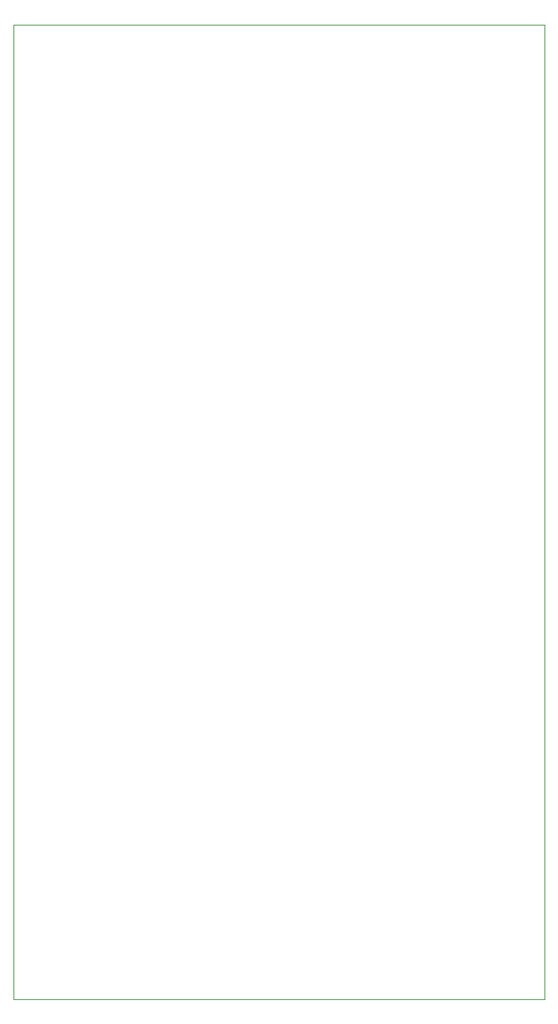
<source format=gm1>
G04 #@! TF.GenerationSoftware,KiCad,Pcbnew,(6.0.0)*
G04 #@! TF.CreationDate,2022-04-04T19:52:15+01:00*
G04 #@! TF.ProjectId,MS20-VCF,4d533230-2d56-4434-962e-6b696361645f,rev?*
G04 #@! TF.SameCoordinates,Original*
G04 #@! TF.FileFunction,Profile,NP*
%FSLAX46Y46*%
G04 Gerber Fmt 4.6, Leading zero omitted, Abs format (unit mm)*
G04 Created by KiCad (PCBNEW (6.0.0)) date 2022-04-04 19:52:15*
%MOMM*%
%LPD*%
G01*
G04 APERTURE LIST*
G04 #@! TA.AperFunction,Profile*
%ADD10C,0.050000*%
G04 #@! TD*
G04 APERTURE END LIST*
D10*
X90000000Y-36500000D02*
X90000000Y-146500000D01*
X30000000Y-36500000D02*
X90000000Y-36500000D01*
X30000000Y-36500000D02*
X30000000Y-146500000D01*
X30000000Y-146500000D02*
X90000000Y-146500000D01*
M02*

</source>
